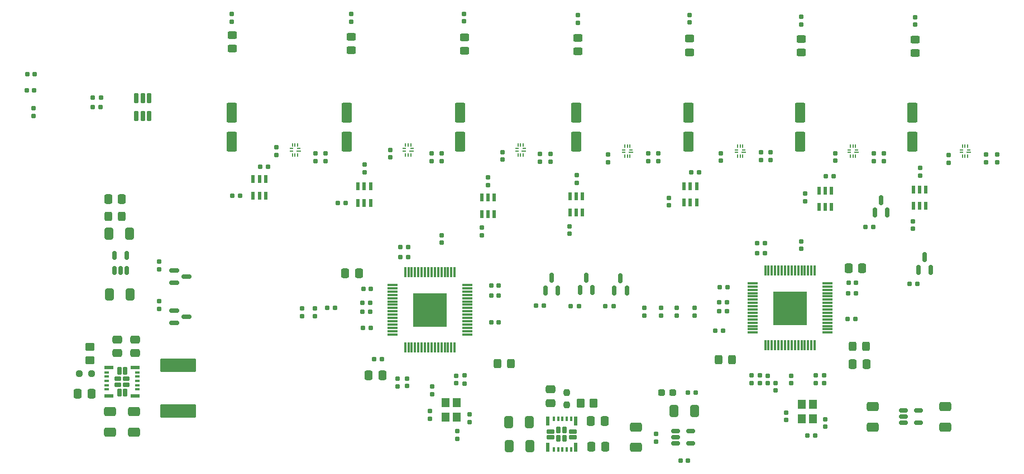
<source format=gbr>
%TF.GenerationSoftware,KiCad,Pcbnew,8.0.1*%
%TF.CreationDate,2025-12-10T21:43:10+01:00*%
%TF.ProjectId,USB2hub,55534232-6875-4622-9e6b-696361645f70,rev?*%
%TF.SameCoordinates,Original*%
%TF.FileFunction,Paste,Top*%
%TF.FilePolarity,Positive*%
%FSLAX46Y46*%
G04 Gerber Fmt 4.6, Leading zero omitted, Abs format (unit mm)*
G04 Created by KiCad (PCBNEW 8.0.1) date 2025-12-10 21:43:10*
%MOMM*%
%LPD*%
G01*
G04 APERTURE LIST*
G04 Aperture macros list*
%AMRoundRect*
0 Rectangle with rounded corners*
0 $1 Rounding radius*
0 $2 $3 $4 $5 $6 $7 $8 $9 X,Y pos of 4 corners*
0 Add a 4 corners polygon primitive as box body*
4,1,4,$2,$3,$4,$5,$6,$7,$8,$9,$2,$3,0*
0 Add four circle primitives for the rounded corners*
1,1,$1+$1,$2,$3*
1,1,$1+$1,$4,$5*
1,1,$1+$1,$6,$7*
1,1,$1+$1,$8,$9*
0 Add four rect primitives between the rounded corners*
20,1,$1+$1,$2,$3,$4,$5,0*
20,1,$1+$1,$4,$5,$6,$7,0*
20,1,$1+$1,$6,$7,$8,$9,0*
20,1,$1+$1,$8,$9,$2,$3,0*%
G04 Aperture macros list end*
%ADD10C,0.010000*%
%ADD11RoundRect,0.155000X0.212500X0.155000X-0.212500X0.155000X-0.212500X-0.155000X0.212500X-0.155000X0*%
%ADD12RoundRect,0.250000X-0.337500X-0.475000X0.337500X-0.475000X0.337500X0.475000X-0.337500X0.475000X0*%
%ADD13RoundRect,0.237500X0.237500X-0.250000X0.237500X0.250000X-0.237500X0.250000X-0.237500X-0.250000X0*%
%ADD14RoundRect,0.155000X-0.155000X0.212500X-0.155000X-0.212500X0.155000X-0.212500X0.155000X0.212500X0*%
%ADD15RoundRect,0.160000X-0.197500X-0.160000X0.197500X-0.160000X0.197500X0.160000X-0.197500X0.160000X0*%
%ADD16RoundRect,0.155000X0.155000X-0.212500X0.155000X0.212500X-0.155000X0.212500X-0.155000X-0.212500X0*%
%ADD17R,1.500000X0.300000*%
%ADD18R,0.300000X1.500000*%
%ADD19RoundRect,0.050050X0.274950X-0.424950X0.274950X0.424950X-0.274950X0.424950X-0.274950X-0.424950X0*%
%ADD20RoundRect,0.049800X0.525200X-0.250200X0.525200X0.250200X-0.525200X0.250200X-0.525200X-0.250200X0*%
%ADD21RoundRect,0.050000X0.200000X-0.650000X0.200000X0.650000X-0.200000X0.650000X-0.200000X-0.650000X0*%
%ADD22RoundRect,0.050050X0.124950X-0.299950X0.124950X0.299950X-0.124950X0.299950X-0.124950X-0.299950X0*%
%ADD23RoundRect,0.160000X-0.160000X0.197500X-0.160000X-0.197500X0.160000X-0.197500X0.160000X0.197500X0*%
%ADD24RoundRect,0.250000X0.550000X-1.250000X0.550000X1.250000X-0.550000X1.250000X-0.550000X-1.250000X0*%
%ADD25R,1.200000X1.400000*%
%ADD26RoundRect,0.250000X0.337500X0.475000X-0.337500X0.475000X-0.337500X-0.475000X0.337500X-0.475000X0*%
%ADD27RoundRect,0.155000X-0.212500X-0.155000X0.212500X-0.155000X0.212500X0.155000X-0.212500X0.155000X0*%
%ADD28RoundRect,0.160000X0.160000X-0.197500X0.160000X0.197500X-0.160000X0.197500X-0.160000X-0.197500X0*%
%ADD29RoundRect,0.250000X0.412500X0.650000X-0.412500X0.650000X-0.412500X-0.650000X0.412500X-0.650000X0*%
%ADD30RoundRect,0.250000X0.475000X-0.337500X0.475000X0.337500X-0.475000X0.337500X-0.475000X-0.337500X0*%
%ADD31R,0.663000X0.225000*%
%ADD32R,0.563000X0.225000*%
%ADD33R,0.225000X0.563000*%
%ADD34RoundRect,0.250000X-0.650000X0.412500X-0.650000X-0.412500X0.650000X-0.412500X0.650000X0.412500X0*%
%ADD35RoundRect,0.250000X-0.412500X-0.650000X0.412500X-0.650000X0.412500X0.650000X-0.412500X0.650000X0*%
%ADD36RoundRect,0.160000X0.197500X0.160000X-0.197500X0.160000X-0.197500X-0.160000X0.197500X-0.160000X0*%
%ADD37RoundRect,0.250000X0.450000X-0.325000X0.450000X0.325000X-0.450000X0.325000X-0.450000X-0.325000X0*%
%ADD38RoundRect,0.150000X0.150000X-0.587500X0.150000X0.587500X-0.150000X0.587500X-0.150000X-0.587500X0*%
%ADD39RoundRect,0.072500X0.217500X-0.532500X0.217500X0.532500X-0.217500X0.532500X-0.217500X-0.532500X0*%
%ADD40RoundRect,0.150000X-0.587500X-0.150000X0.587500X-0.150000X0.587500X0.150000X-0.587500X0.150000X0*%
%ADD41RoundRect,0.250000X0.325000X0.450000X-0.325000X0.450000X-0.325000X-0.450000X0.325000X-0.450000X0*%
%ADD42RoundRect,0.250000X-0.450000X0.350000X-0.450000X-0.350000X0.450000X-0.350000X0.450000X0.350000X0*%
%ADD43RoundRect,0.250000X-0.475000X0.337500X-0.475000X-0.337500X0.475000X-0.337500X0.475000X0.337500X0*%
%ADD44RoundRect,0.250000X-0.325000X-0.450000X0.325000X-0.450000X0.325000X0.450000X-0.325000X0.450000X0*%
%ADD45RoundRect,0.050050X0.424950X0.274950X-0.424950X0.274950X-0.424950X-0.274950X0.424950X-0.274950X0*%
%ADD46RoundRect,0.049800X0.250200X0.525200X-0.250200X0.525200X-0.250200X-0.525200X0.250200X-0.525200X0*%
%ADD47RoundRect,0.050000X0.650000X0.200000X-0.650000X0.200000X-0.650000X-0.200000X0.650000X-0.200000X0*%
%ADD48RoundRect,0.050050X0.299950X0.124950X-0.299950X0.124950X-0.299950X-0.124950X0.299950X-0.124950X0*%
%ADD49RoundRect,0.250001X-2.474999X0.799999X-2.474999X-0.799999X2.474999X-0.799999X2.474999X0.799999X0*%
%ADD50RoundRect,0.250000X0.350000X0.450000X-0.350000X0.450000X-0.350000X-0.450000X0.350000X-0.450000X0*%
%ADD51RoundRect,0.150000X0.150000X-0.512500X0.150000X0.512500X-0.150000X0.512500X-0.150000X-0.512500X0*%
%ADD52RoundRect,0.150000X-0.512500X-0.150000X0.512500X-0.150000X0.512500X0.150000X-0.512500X0.150000X0*%
%ADD53RoundRect,0.237500X0.250000X0.237500X-0.250000X0.237500X-0.250000X-0.237500X0.250000X-0.237500X0*%
%ADD54RoundRect,0.162500X-0.162500X0.617500X-0.162500X-0.617500X0.162500X-0.617500X0.162500X0.617500X0*%
%ADD55RoundRect,0.237500X-0.287500X-0.237500X0.287500X-0.237500X0.287500X0.237500X-0.287500X0.237500X0*%
G04 APERTURE END LIST*
D10*
%TO.C,U10*%
X142650000Y-72000000D02*
X137650000Y-72000000D01*
X137650000Y-67000000D01*
X142650000Y-67000000D01*
X142650000Y-72000000D01*
G36*
X142650000Y-72000000D02*
G01*
X137650000Y-72000000D01*
X137650000Y-67000000D01*
X142650000Y-67000000D01*
X142650000Y-72000000D01*
G37*
%TO.C,U1*%
X88050000Y-72275000D02*
X83050000Y-72275000D01*
X83050000Y-67275000D01*
X88050000Y-67275000D01*
X88050000Y-72275000D01*
G36*
X88050000Y-72275000D02*
G01*
X83050000Y-72275000D01*
X83050000Y-67275000D01*
X88050000Y-67275000D01*
X88050000Y-72275000D01*
G37*
%TD*%
D11*
%TO.C,C74*%
X136317500Y-61175000D03*
X135182500Y-61175000D03*
%TD*%
D12*
%TO.C,C72*%
X149037500Y-63475000D03*
X151112500Y-63475000D03*
%TD*%
D13*
%TO.C,R33*%
X106330000Y-84225000D03*
X106330000Y-82400000D03*
%TD*%
D14*
%TO.C,C28*%
X80625000Y-80257500D03*
X80625000Y-81392500D03*
%TD*%
D15*
%TO.C,R40*%
X75302500Y-68750000D03*
X76497500Y-68750000D03*
%TD*%
D16*
%TO.C,C62*%
X135593000Y-80915000D03*
X135593000Y-79780000D03*
%TD*%
D17*
%TO.C,U10*%
X134450000Y-65750000D03*
X134450000Y-66250000D03*
X134450000Y-66750000D03*
X134450000Y-67250000D03*
X134450000Y-67750000D03*
X134450000Y-68250000D03*
X134450000Y-68750000D03*
X134450000Y-69250000D03*
X134450000Y-69750000D03*
X134450000Y-70250000D03*
X134450000Y-70750000D03*
X134450000Y-71250000D03*
X134450000Y-71750000D03*
X134450000Y-72250000D03*
X134450000Y-72750000D03*
X134450000Y-73250000D03*
D18*
X136400000Y-75200000D03*
X136900000Y-75200000D03*
X137400000Y-75200000D03*
X137900000Y-75200000D03*
X138400000Y-75200000D03*
X138900000Y-75200000D03*
X139400000Y-75200000D03*
X139900000Y-75200000D03*
X140400000Y-75200000D03*
X140900000Y-75200000D03*
X141400000Y-75200000D03*
X141900000Y-75200000D03*
X142400000Y-75200000D03*
X142900000Y-75200000D03*
X143400000Y-75200000D03*
X143900000Y-75200000D03*
D17*
X145850000Y-73250000D03*
X145850000Y-72750000D03*
X145850000Y-72250000D03*
X145850000Y-71750000D03*
X145850000Y-71250000D03*
X145850000Y-70750000D03*
X145850000Y-70250000D03*
X145850000Y-69750000D03*
X145850000Y-69250000D03*
X145850000Y-68750000D03*
X145850000Y-68250000D03*
X145850000Y-67750000D03*
X145850000Y-67250000D03*
X145850000Y-66750000D03*
X145850000Y-66250000D03*
X145850000Y-65750000D03*
D18*
X143900000Y-63800000D03*
X143400000Y-63800000D03*
X142900000Y-63800000D03*
X142400000Y-63800000D03*
X141900000Y-63800000D03*
X141400000Y-63800000D03*
X140900000Y-63800000D03*
X140400000Y-63800000D03*
X139900000Y-63800000D03*
X139400000Y-63800000D03*
X138900000Y-63800000D03*
X138400000Y-63800000D03*
X137900000Y-63800000D03*
X137400000Y-63800000D03*
X136900000Y-63800000D03*
X136400000Y-63800000D03*
%TD*%
D19*
%TO.C,U23*%
X105050000Y-89300000D03*
X106000000Y-89300000D03*
D20*
X103850000Y-89100000D03*
X107200000Y-89100000D03*
X103850000Y-88250000D03*
X107200000Y-88250000D03*
D19*
X105050000Y-88050000D03*
X106000000Y-88050000D03*
D21*
X103380000Y-90675000D03*
D22*
X104355000Y-91025000D03*
X105005000Y-91025000D03*
X105655000Y-91025000D03*
X106305000Y-91025000D03*
X106955000Y-91025000D03*
D21*
X107680000Y-90675000D03*
X107680000Y-86675000D03*
D22*
X106955000Y-86325000D03*
X106305000Y-86325000D03*
X105655000Y-86325000D03*
X105005000Y-86325000D03*
X104355000Y-86325000D03*
D21*
X103380000Y-86675000D03*
%TD*%
D23*
%TO.C,R81*%
X118700000Y-46002500D03*
X118700000Y-47197500D03*
%TD*%
D24*
%TO.C,C43*%
X72900000Y-44300000D03*
X72900000Y-39900000D03*
%TD*%
D14*
%TO.C,C44*%
X124950000Y-25007500D03*
X124950000Y-26142500D03*
%TD*%
D17*
%TO.C,U1*%
X79850000Y-66025000D03*
X79850000Y-66525000D03*
X79850000Y-67025000D03*
X79850000Y-67525000D03*
X79850000Y-68025000D03*
X79850000Y-68525000D03*
X79850000Y-69025000D03*
X79850000Y-69525000D03*
X79850000Y-70025000D03*
X79850000Y-70525000D03*
X79850000Y-71025000D03*
X79850000Y-71525000D03*
X79850000Y-72025000D03*
X79850000Y-72525000D03*
X79850000Y-73025000D03*
X79850000Y-73525000D03*
D18*
X81800000Y-75475000D03*
X82300000Y-75475000D03*
X82800000Y-75475000D03*
X83300000Y-75475000D03*
X83800000Y-75475000D03*
X84300000Y-75475000D03*
X84800000Y-75475000D03*
X85300000Y-75475000D03*
X85800000Y-75475000D03*
X86300000Y-75475000D03*
X86800000Y-75475000D03*
X87300000Y-75475000D03*
X87800000Y-75475000D03*
X88300000Y-75475000D03*
X88800000Y-75475000D03*
X89300000Y-75475000D03*
D17*
X91250000Y-73525000D03*
X91250000Y-73025000D03*
X91250000Y-72525000D03*
X91250000Y-72025000D03*
X91250000Y-71525000D03*
X91250000Y-71025000D03*
X91250000Y-70525000D03*
X91250000Y-70025000D03*
X91250000Y-69525000D03*
X91250000Y-69025000D03*
X91250000Y-68525000D03*
X91250000Y-68025000D03*
X91250000Y-67525000D03*
X91250000Y-67025000D03*
X91250000Y-66525000D03*
X91250000Y-66025000D03*
D18*
X89300000Y-64075000D03*
X88800000Y-64075000D03*
X88300000Y-64075000D03*
X87800000Y-64075000D03*
X87300000Y-64075000D03*
X86800000Y-64075000D03*
X86300000Y-64075000D03*
X85800000Y-64075000D03*
X85300000Y-64075000D03*
X84800000Y-64075000D03*
X84300000Y-64075000D03*
X83800000Y-64075000D03*
X83300000Y-64075000D03*
X82800000Y-64075000D03*
X82300000Y-64075000D03*
X81800000Y-64075000D03*
%TD*%
D12*
%TO.C,C88*%
X110025000Y-90600000D03*
X112100000Y-90600000D03*
%TD*%
D25*
%TO.C,Y1*%
X87950000Y-83890000D03*
X87950000Y-86090000D03*
X89650000Y-86090000D03*
X89650000Y-83890000D03*
%TD*%
D14*
%TO.C,C67*%
X140292000Y-79802000D03*
X140292000Y-80937000D03*
%TD*%
D26*
%TO.C,C25*%
X38837500Y-53000000D03*
X36762500Y-53000000D03*
%TD*%
D23*
%TO.C,R53*%
X69700000Y-46002500D03*
X69700000Y-47197500D03*
%TD*%
D27*
%TO.C,C19*%
X94866000Y-66077000D03*
X96001000Y-66077000D03*
%TD*%
D28*
%TO.C,R5*%
X66200000Y-70772500D03*
X66200000Y-69577500D03*
%TD*%
D14*
%TO.C,C58*%
X145500000Y-86422500D03*
X145500000Y-87557500D03*
%TD*%
D26*
%TO.C,C20*%
X74762500Y-64225000D03*
X72687500Y-64225000D03*
%TD*%
D16*
%TO.C,C5*%
X79500000Y-46667500D03*
X79500000Y-45532500D03*
%TD*%
D29*
%TO.C,C11*%
X125662500Y-85137500D03*
X122537500Y-85137500D03*
%TD*%
D11*
%TO.C,C60*%
X25560000Y-36450000D03*
X24425000Y-36450000D03*
%TD*%
D23*
%TO.C,R51*%
X103800000Y-46102500D03*
X103800000Y-47297500D03*
%TD*%
D14*
%TO.C,C34*%
X73575000Y-24882500D03*
X73575000Y-26017500D03*
%TD*%
D24*
%TO.C,C54*%
X158725000Y-44275000D03*
X158725000Y-39875000D03*
%TD*%
D16*
%TO.C,C32*%
X164200000Y-47467500D03*
X164200000Y-46332500D03*
%TD*%
D28*
%TO.C,R13*%
X120625000Y-70697500D03*
X120625000Y-69502500D03*
%TD*%
D30*
%TO.C,C80*%
X40825000Y-76382500D03*
X40825000Y-74307500D03*
%TD*%
D23*
%TO.C,R63*%
X120200000Y-46002500D03*
X120200000Y-47197500D03*
%TD*%
D28*
%TO.C,R9*%
X123000000Y-70672500D03*
X123000000Y-69477500D03*
%TD*%
D11*
%TO.C,C23*%
X82217500Y-61775000D03*
X81082500Y-61775000D03*
%TD*%
D31*
%TO.C,U12*%
X82787000Y-45700000D03*
D32*
X82837000Y-45300000D03*
D33*
X82668500Y-44731500D03*
X82268500Y-44731500D03*
X81868500Y-44731500D03*
D32*
X81700000Y-45300000D03*
X81700000Y-45700000D03*
D33*
X81868500Y-46268500D03*
X82268500Y-46268500D03*
X82668500Y-46268500D03*
%TD*%
D24*
%TO.C,C45*%
X90125000Y-44275000D03*
X90125000Y-39875000D03*
%TD*%
D14*
%TO.C,C37*%
X90750000Y-24840000D03*
X90750000Y-25975000D03*
%TD*%
D27*
%TO.C,C33*%
X71625000Y-53575000D03*
X72760000Y-53575000D03*
%TD*%
D29*
%TO.C,C84*%
X100625000Y-86880000D03*
X97500000Y-86880000D03*
%TD*%
D31*
%TO.C,U5*%
X99818500Y-45700000D03*
D32*
X99868500Y-45300000D03*
D33*
X99700000Y-44731500D03*
X99300000Y-44731500D03*
X98900000Y-44731500D03*
D32*
X98731500Y-45300000D03*
X98731500Y-45700000D03*
D33*
X98900000Y-46268500D03*
X99300000Y-46268500D03*
X99700000Y-46268500D03*
%TD*%
D34*
%TO.C,C15*%
X163712500Y-84465000D03*
X163712500Y-87590000D03*
%TD*%
D27*
%TO.C,C65*%
X148900000Y-71200000D03*
X150035000Y-71200000D03*
%TD*%
D16*
%TO.C,C7*%
X62300000Y-46267500D03*
X62300000Y-45132500D03*
%TD*%
%TO.C,C104*%
X158825000Y-57467500D03*
X158825000Y-56332500D03*
%TD*%
D35*
%TO.C,C47*%
X36937500Y-67450000D03*
X40062500Y-67450000D03*
%TD*%
D15*
%TO.C,R21*%
X112177500Y-69250000D03*
X113372500Y-69250000D03*
%TD*%
D14*
%TO.C,C70*%
X144100000Y-79747500D03*
X144100000Y-80882500D03*
%TD*%
D15*
%TO.C,R41*%
X75327500Y-70050000D03*
X76522500Y-70050000D03*
%TD*%
D28*
%TO.C,R44*%
X145325000Y-80937500D03*
X145325000Y-79742500D03*
%TD*%
D36*
%TO.C,R22*%
X125822500Y-82337500D03*
X124627500Y-82337500D03*
%TD*%
D15*
%TO.C,R17*%
X77077500Y-77275000D03*
X78272500Y-77275000D03*
%TD*%
D37*
%TO.C,FB12*%
X55550000Y-30150000D03*
X55550000Y-28100000D03*
%TD*%
D28*
%TO.C,R3*%
X68150000Y-70747500D03*
X68150000Y-69552500D03*
%TD*%
D31*
%TO.C,U6*%
X116018500Y-45900000D03*
D32*
X116068500Y-45500000D03*
D33*
X115900000Y-44931500D03*
X115500000Y-44931500D03*
X115100000Y-44931500D03*
D32*
X114931500Y-45500000D03*
X114931500Y-45900000D03*
D33*
X115100000Y-46468500D03*
X115500000Y-46468500D03*
X115900000Y-46468500D03*
%TD*%
D14*
%TO.C,C30*%
X91600000Y-85697500D03*
X91600000Y-86832500D03*
%TD*%
D28*
%TO.C,R7*%
X125650000Y-70647500D03*
X125650000Y-69452500D03*
%TD*%
D15*
%TO.C,R37*%
X34452500Y-37550000D03*
X35647500Y-37550000D03*
%TD*%
D35*
%TO.C,C49*%
X36862500Y-58275000D03*
X39987500Y-58275000D03*
%TD*%
D23*
%TO.C,R78*%
X85800000Y-46002500D03*
X85800000Y-47197500D03*
%TD*%
D38*
%TO.C,Q20*%
X153000000Y-55000000D03*
X154900000Y-55000000D03*
X153950000Y-53125000D03*
%TD*%
D12*
%TO.C,C29*%
X76262500Y-79775000D03*
X78337500Y-79775000D03*
%TD*%
D28*
%TO.C,R43*%
X134323000Y-80945000D03*
X134323000Y-79750000D03*
%TD*%
D16*
%TO.C,C8*%
X112600000Y-47367500D03*
X112600000Y-46232500D03*
%TD*%
D27*
%TO.C,C63*%
X149007500Y-67250000D03*
X150142500Y-67250000D03*
%TD*%
D14*
%TO.C,C56*%
X141825000Y-25332500D03*
X141825000Y-26467500D03*
%TD*%
D39*
%TO.C,U2*%
X58750000Y-52480000D03*
X59700000Y-52480000D03*
X60650000Y-52480000D03*
X60650000Y-49970000D03*
X59700000Y-49970000D03*
X58750000Y-49970000D03*
%TD*%
D28*
%TO.C,R39*%
X25425000Y-40370000D03*
X25425000Y-39175000D03*
%TD*%
D14*
%TO.C,C2*%
X55475000Y-24882500D03*
X55475000Y-26017500D03*
%TD*%
D15*
%TO.C,R18*%
X75352500Y-72500000D03*
X76547500Y-72500000D03*
%TD*%
D29*
%TO.C,C85*%
X100687500Y-90505000D03*
X97562500Y-90505000D03*
%TD*%
D15*
%TO.C,R45*%
X128802500Y-72925000D03*
X129997500Y-72925000D03*
%TD*%
D23*
%TO.C,R4*%
X75625000Y-47727500D03*
X75625000Y-48922500D03*
%TD*%
D39*
%TO.C,U15*%
X106775000Y-55047500D03*
X107725000Y-55047500D03*
X108675000Y-55047500D03*
X108675000Y-52537500D03*
X107725000Y-52537500D03*
X106775000Y-52537500D03*
%TD*%
%TO.C,U13*%
X74650000Y-53572500D03*
X75600000Y-53572500D03*
X76550000Y-53572500D03*
X76550000Y-51062500D03*
X75600000Y-51062500D03*
X74650000Y-51062500D03*
%TD*%
D24*
%TO.C,C52*%
X141725000Y-44275000D03*
X141725000Y-39875000D03*
%TD*%
D28*
%TO.C,R11*%
X118075000Y-70697500D03*
X118075000Y-69502500D03*
%TD*%
D40*
%TO.C,Q15*%
X46800000Y-63800000D03*
X46800000Y-65700000D03*
X48675000Y-64750000D03*
%TD*%
D24*
%TO.C,C76*%
X55500000Y-44275000D03*
X55500000Y-39875000D03*
%TD*%
D16*
%TO.C,C13*%
X147000000Y-47167500D03*
X147000000Y-46032500D03*
%TD*%
D41*
%TO.C,FB3*%
X38850000Y-55600000D03*
X36800000Y-55600000D03*
%TD*%
D38*
%TO.C,Q17*%
X103050000Y-66837500D03*
X104950000Y-66837500D03*
X104000000Y-64962500D03*
%TD*%
D23*
%TO.C,R8*%
X107800000Y-49370000D03*
X107800000Y-50565000D03*
%TD*%
D42*
%TO.C,R30*%
X34025000Y-75420000D03*
X34025000Y-77420000D03*
%TD*%
D43*
%TO.C,C86*%
X103850000Y-81862500D03*
X103850000Y-83937500D03*
%TD*%
D12*
%TO.C,C87*%
X109962500Y-86665000D03*
X112037500Y-86665000D03*
%TD*%
D14*
%TO.C,C77*%
X159125000Y-25357500D03*
X159125000Y-26492500D03*
%TD*%
D37*
%TO.C,FB18*%
X159125000Y-30800000D03*
X159125000Y-28750000D03*
%TD*%
%TO.C,FB13*%
X73575000Y-30407500D03*
X73575000Y-28357500D03*
%TD*%
%TO.C,FB16*%
X107950000Y-30525000D03*
X107950000Y-28475000D03*
%TD*%
D14*
%TO.C,C40*%
X107975000Y-25057500D03*
X107975000Y-26192500D03*
%TD*%
D40*
%TO.C,Q16*%
X46800000Y-69900000D03*
X46800000Y-71800000D03*
X48675000Y-70850000D03*
%TD*%
D34*
%TO.C,C14*%
X152690500Y-84502500D03*
X152690500Y-87627500D03*
%TD*%
D23*
%TO.C,R16*%
X44462500Y-68502500D03*
X44462500Y-69697500D03*
%TD*%
D14*
%TO.C,C16*%
X89500000Y-79807500D03*
X89500000Y-80942500D03*
%TD*%
D44*
%TO.C,FB2*%
X95775000Y-78000000D03*
X97825000Y-78000000D03*
%TD*%
D24*
%TO.C,C51*%
X124725000Y-44275000D03*
X124725000Y-39875000D03*
%TD*%
D11*
%TO.C,C64*%
X130640000Y-66340000D03*
X129505000Y-66340000D03*
%TD*%
D23*
%TO.C,R6*%
X94400000Y-49685000D03*
X94400000Y-50880000D03*
%TD*%
D31*
%TO.C,U11*%
X150218500Y-45900000D03*
D32*
X150268500Y-45500000D03*
D33*
X150100000Y-44931500D03*
X149700000Y-44931500D03*
X149300000Y-44931500D03*
D32*
X149131500Y-45500000D03*
X149131500Y-45900000D03*
D33*
X149300000Y-46468500D03*
X149700000Y-46468500D03*
X150100000Y-46468500D03*
%TD*%
D45*
%TO.C,U22*%
X39500000Y-81200000D03*
X39500000Y-80250000D03*
D46*
X39300000Y-82400000D03*
X39300000Y-79050000D03*
X38450000Y-82400000D03*
X38450000Y-79050000D03*
D45*
X38250000Y-81200000D03*
X38250000Y-80250000D03*
D47*
X40875000Y-82870000D03*
D48*
X41225000Y-81895000D03*
X41225000Y-81245000D03*
X41225000Y-80595000D03*
X41225000Y-79945000D03*
X41225000Y-79295000D03*
D47*
X40875000Y-78570000D03*
X36875000Y-78570000D03*
D48*
X36525000Y-79295000D03*
X36525000Y-79945000D03*
X36525000Y-80595000D03*
X36525000Y-81245000D03*
X36525000Y-81895000D03*
D47*
X36875000Y-82870000D03*
%TD*%
D16*
%TO.C,C26*%
X87325000Y-59592500D03*
X87325000Y-58457500D03*
%TD*%
D49*
%TO.C,F1*%
X47400000Y-78225000D03*
X47400000Y-85175000D03*
%TD*%
D12*
%TO.C,C79*%
X32137500Y-82525000D03*
X34212500Y-82525000D03*
%TD*%
D50*
%TO.C,R32*%
X110380000Y-84012500D03*
X108380000Y-84012500D03*
%TD*%
D12*
%TO.C,C75*%
X149687500Y-78050000D03*
X151762500Y-78050000D03*
%TD*%
D23*
%TO.C,R80*%
X68200000Y-46005000D03*
X68200000Y-47200000D03*
%TD*%
D38*
%TO.C,Q18*%
X108300000Y-66800000D03*
X110200000Y-66800000D03*
X109250000Y-64925000D03*
%TD*%
%TO.C,Q19*%
X113512500Y-66887500D03*
X115412500Y-66887500D03*
X114462500Y-65012500D03*
%TD*%
D37*
%TO.C,FB15*%
X124950000Y-30675000D03*
X124950000Y-28625000D03*
%TD*%
D36*
%TO.C,R2*%
X71197500Y-69500000D03*
X70002500Y-69500000D03*
%TD*%
D23*
%TO.C,R15*%
X44525000Y-62440000D03*
X44525000Y-63635000D03*
%TD*%
D41*
%TO.C,FB1*%
X131400000Y-77400000D03*
X129350000Y-77400000D03*
%TD*%
D51*
%TO.C,U21*%
X37700000Y-63800000D03*
X38650000Y-63800000D03*
X39600000Y-63800000D03*
X39600000Y-61525000D03*
X37700000Y-61525000D03*
%TD*%
D14*
%TO.C,C48*%
X142450000Y-52157500D03*
X142450000Y-53292500D03*
%TD*%
D11*
%TO.C,C18*%
X76578000Y-66585000D03*
X75443000Y-66585000D03*
%TD*%
D15*
%TO.C,R25*%
X151615000Y-57237500D03*
X152810000Y-57237500D03*
%TD*%
D27*
%TO.C,C68*%
X149032500Y-65650000D03*
X150167500Y-65650000D03*
%TD*%
D23*
%TO.C,R49*%
X87300000Y-46002500D03*
X87300000Y-47197500D03*
%TD*%
%TO.C,R65*%
X137200000Y-45902500D03*
X137200000Y-47097500D03*
%TD*%
D15*
%TO.C,R20*%
X106930000Y-69225000D03*
X108125000Y-69225000D03*
%TD*%
%TO.C,R26*%
X158280000Y-65875000D03*
X159475000Y-65875000D03*
%TD*%
D27*
%TO.C,C21*%
X94836000Y-67601000D03*
X95971000Y-67601000D03*
%TD*%
D25*
%TO.C,Y2*%
X141950000Y-84165000D03*
X141950000Y-86365000D03*
X143650000Y-86365000D03*
X143650000Y-84165000D03*
%TD*%
D14*
%TO.C,C69*%
X136736000Y-79802000D03*
X136736000Y-80937000D03*
%TD*%
D15*
%TO.C,R38*%
X34402500Y-39050000D03*
X35597500Y-39050000D03*
%TD*%
D11*
%TO.C,C73*%
X136317500Y-59675000D03*
X135182500Y-59675000D03*
%TD*%
%TO.C,C24*%
X82210000Y-60275000D03*
X81075000Y-60275000D03*
%TD*%
D23*
%TO.C,R14*%
X159850000Y-48252500D03*
X159850000Y-49447500D03*
%TD*%
D37*
%TO.C,FB17*%
X141875000Y-30700000D03*
X141875000Y-28650000D03*
%TD*%
D34*
%TO.C,C10*%
X116775000Y-87575000D03*
X116775000Y-90700000D03*
%TD*%
D16*
%TO.C,C6*%
X96600000Y-46967500D03*
X96600000Y-45832500D03*
%TD*%
D23*
%TO.C,R83*%
X152900000Y-46005000D03*
X152900000Y-47200000D03*
%TD*%
D36*
%TO.C,R42*%
X143947500Y-88915000D03*
X142752500Y-88915000D03*
%TD*%
D14*
%TO.C,C61*%
X139600000Y-85397500D03*
X139600000Y-86532500D03*
%TD*%
D11*
%TO.C,C59*%
X25635000Y-34000000D03*
X24500000Y-34000000D03*
%TD*%
D36*
%TO.C,R12*%
X146772500Y-49550000D03*
X145577500Y-49550000D03*
%TD*%
D27*
%TO.C,C1*%
X55607500Y-52450000D03*
X56742500Y-52450000D03*
%TD*%
D16*
%TO.C,C71*%
X141875000Y-60542500D03*
X141875000Y-59407500D03*
%TD*%
D36*
%TO.C,R10*%
X126397500Y-48892500D03*
X125202500Y-48892500D03*
%TD*%
D15*
%TO.C,R47*%
X129427500Y-69965000D03*
X130622500Y-69965000D03*
%TD*%
D16*
%TO.C,C39*%
X106700000Y-58267500D03*
X106700000Y-57132500D03*
%TD*%
D39*
%TO.C,U14*%
X93400000Y-55280000D03*
X94350000Y-55280000D03*
X95300000Y-55280000D03*
X95300000Y-52770000D03*
X94350000Y-52770000D03*
X93400000Y-52770000D03*
%TD*%
D27*
%TO.C,C22*%
X94836000Y-71665000D03*
X95971000Y-71665000D03*
%TD*%
D14*
%TO.C,C31*%
X85550000Y-85172500D03*
X85550000Y-86307500D03*
%TD*%
%TO.C,C17*%
X82100000Y-80232500D03*
X82100000Y-81367500D03*
%TD*%
D28*
%TO.C,R24*%
X90800000Y-80972500D03*
X90800000Y-79777500D03*
%TD*%
D52*
%TO.C,U9*%
X157362500Y-85050000D03*
X157362500Y-86000000D03*
X157362500Y-86950000D03*
X159637500Y-86950000D03*
X159637500Y-85050000D03*
%TD*%
D30*
%TO.C,C81*%
X38100000Y-76370000D03*
X38100000Y-74295000D03*
%TD*%
D14*
%TO.C,C66*%
X137925000Y-80907500D03*
X137925000Y-82042500D03*
%TD*%
%TO.C,C27*%
X85850000Y-81455000D03*
X85850000Y-82590000D03*
%TD*%
D53*
%TO.C,R31*%
X34237500Y-79495000D03*
X32412500Y-79495000D03*
%TD*%
D23*
%TO.C,R84*%
X169900000Y-46202500D03*
X169900000Y-47397500D03*
%TD*%
D38*
%TO.C,Q21*%
X159600000Y-63700000D03*
X161500000Y-63700000D03*
X160550000Y-61825000D03*
%TD*%
D44*
%TO.C,FB11*%
X149625000Y-75325000D03*
X151675000Y-75325000D03*
%TD*%
D23*
%TO.C,R62*%
X119875000Y-88617500D03*
X119875000Y-89812500D03*
%TD*%
D39*
%TO.C,U18*%
X158875000Y-54022500D03*
X159825000Y-54022500D03*
X160775000Y-54022500D03*
X160775000Y-51512500D03*
X159825000Y-51512500D03*
X158875000Y-51512500D03*
%TD*%
D23*
%TO.C,R79*%
X102200000Y-46102500D03*
X102200000Y-47297500D03*
%TD*%
D39*
%TO.C,U17*%
X144550000Y-54205000D03*
X145500000Y-54205000D03*
X146450000Y-54205000D03*
X146450000Y-51695000D03*
X145500000Y-51695000D03*
X144550000Y-51695000D03*
%TD*%
D24*
%TO.C,C50*%
X107725000Y-44275000D03*
X107725000Y-39875000D03*
%TD*%
D23*
%TO.C,R82*%
X135800000Y-45902500D03*
X135800000Y-47097500D03*
%TD*%
D16*
%TO.C,C9*%
X129700000Y-47175000D03*
X129700000Y-46040000D03*
%TD*%
D23*
%TO.C,R67*%
X154400000Y-46005000D03*
X154400000Y-47200000D03*
%TD*%
D39*
%TO.C,U16*%
X124100000Y-53522500D03*
X125050000Y-53522500D03*
X126000000Y-53522500D03*
X126000000Y-51012500D03*
X125050000Y-51012500D03*
X124100000Y-51012500D03*
%TD*%
D34*
%TO.C,C53*%
X37075000Y-85232500D03*
X37075000Y-88357500D03*
%TD*%
D54*
%TO.C,U4*%
X42950000Y-37650000D03*
X42000000Y-37650000D03*
X41050000Y-37650000D03*
X41050000Y-40350000D03*
X42000000Y-40350000D03*
X42950000Y-40350000D03*
%TD*%
D16*
%TO.C,C36*%
X93400000Y-58467500D03*
X93400000Y-57332500D03*
%TD*%
D23*
%TO.C,R23*%
X89675000Y-88192500D03*
X89675000Y-89387500D03*
%TD*%
D55*
%TO.C,D1*%
X120650000Y-82362500D03*
X122400000Y-82362500D03*
%TD*%
D31*
%TO.C,U8*%
X133118500Y-45900000D03*
D32*
X133168500Y-45500000D03*
D33*
X133000000Y-44931500D03*
X132600000Y-44931500D03*
X132200000Y-44931500D03*
D32*
X132031500Y-45500000D03*
X132031500Y-45900000D03*
D33*
X132200000Y-46468500D03*
X132600000Y-46468500D03*
X133000000Y-46468500D03*
%TD*%
D15*
%TO.C,R19*%
X101627500Y-69175000D03*
X102822500Y-69175000D03*
%TD*%
D31*
%TO.C,U19*%
X167218500Y-45900000D03*
D32*
X167268500Y-45500000D03*
D33*
X167100000Y-44931500D03*
X166700000Y-44931500D03*
X166300000Y-44931500D03*
D32*
X166131500Y-45500000D03*
X166131500Y-45900000D03*
D33*
X166300000Y-46468500D03*
X166700000Y-46468500D03*
X167100000Y-46468500D03*
%TD*%
D14*
%TO.C,C42*%
X121775000Y-52775000D03*
X121775000Y-53910000D03*
%TD*%
D23*
%TO.C,R69*%
X171600000Y-46202500D03*
X171600000Y-47397500D03*
%TD*%
D15*
%TO.C,R46*%
X129427500Y-68615000D03*
X130622500Y-68615000D03*
%TD*%
D31*
%TO.C,U3*%
X65618500Y-45700000D03*
D32*
X65668500Y-45300000D03*
D33*
X65500000Y-44731500D03*
X65100000Y-44731500D03*
X64700000Y-44731500D03*
D32*
X64531500Y-45300000D03*
X64531500Y-45700000D03*
D33*
X64700000Y-46268500D03*
X65100000Y-46268500D03*
X65500000Y-46268500D03*
%TD*%
D34*
%TO.C,C55*%
X40675000Y-85232500D03*
X40675000Y-88357500D03*
%TD*%
D36*
%TO.C,R1*%
X60972500Y-48075000D03*
X59777500Y-48075000D03*
%TD*%
D52*
%TO.C,U7*%
X122825000Y-88162500D03*
X122825000Y-89112500D03*
X122825000Y-90062500D03*
X125100000Y-90062500D03*
X125100000Y-88162500D03*
%TD*%
D27*
%TO.C,C57*%
X123532500Y-92700000D03*
X124667500Y-92700000D03*
%TD*%
D37*
%TO.C,FB14*%
X90775000Y-30500000D03*
X90775000Y-28450000D03*
%TD*%
M02*

</source>
